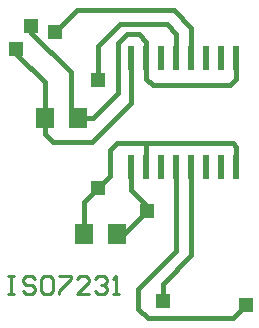
<source format=gtl>
%FSLAX43Y43*%
%MOMM*%
G71*
G01*
G75*
G04 Layer_Physical_Order=1*
%ADD10R,0.600X2.150*%
%ADD11R,1.600X1.800*%
%ADD12C,0.400*%
%ADD13C,0.254*%
%ADD14R,1.200X1.200*%
D10*
X37570Y77275D02*
D03*
X36300D02*
D03*
X35030D02*
D03*
X33760D02*
D03*
X32490D02*
D03*
X31220D02*
D03*
X29950D02*
D03*
X28680D02*
D03*
X37570Y68025D02*
D03*
X36300D02*
D03*
X35030D02*
D03*
X33760D02*
D03*
X32490D02*
D03*
X31220D02*
D03*
X29950D02*
D03*
X28680D02*
D03*
D11*
X21325Y72200D02*
D03*
X24125D02*
D03*
X27475Y62350D02*
D03*
X24675D02*
D03*
D12*
X27475Y70050D02*
X37250D01*
X26875Y67275D02*
Y69450D01*
X24675Y65075D02*
X26875Y67275D01*
X29950Y70000D02*
X30000Y70050D01*
X37570Y68025D02*
Y69730D01*
X29950Y68025D02*
Y70000D01*
X24675Y62350D02*
Y65075D01*
X26875Y69450D02*
X27475Y70050D01*
X28680Y73480D02*
Y77275D01*
X21325Y70800D02*
Y75225D01*
X25325Y70125D02*
X28680Y73480D01*
X18925Y77625D02*
X21325Y75225D01*
Y70800D02*
X22000Y70125D01*
X25325D01*
X29950Y75500D02*
Y78625D01*
X27500Y74250D02*
Y78500D01*
X24125Y72200D02*
X25450D01*
X37570Y75445D02*
Y77275D01*
X25450Y72200D02*
X27500Y74250D01*
X37250Y70050D02*
X37570Y69730D01*
X28680Y66045D02*
Y68025D01*
X27475Y62350D02*
X28025D01*
X28680Y66045D02*
X30000Y64725D01*
Y64325D02*
Y64725D01*
X28025Y62350D02*
X30000Y64325D01*
X32490Y60915D02*
Y68025D01*
X37250Y55250D02*
X38350Y56350D01*
X30050Y55250D02*
X37250D01*
X29275Y56025D02*
X30050Y55250D01*
X29275Y56025D02*
Y57700D01*
X32490Y60915D01*
X33760Y60560D02*
Y68025D01*
X31350Y56700D02*
Y58150D01*
X33760Y60560D01*
X28275Y79275D02*
X29300D01*
X29950Y78625D01*
X20175Y79400D02*
Y80300D01*
X37050Y74925D02*
X37570Y75445D01*
X30525Y74925D02*
X37050D01*
X29950Y75500D02*
X30525Y74925D01*
X27500Y78500D02*
X28275Y79275D01*
X23525Y72800D02*
X24125Y72200D01*
X23525Y72800D02*
Y76050D01*
X20175Y79400D02*
X23525Y76050D01*
X32490Y77275D02*
Y79285D01*
X25850Y75400D02*
Y78275D01*
X31650Y80125D02*
X32490Y79285D01*
X27700Y80125D02*
X31650D01*
X25850Y78275D02*
X27700Y80125D01*
X33760Y77275D02*
Y79815D01*
X22225Y79425D02*
X24100Y81300D01*
X32275D01*
X33760Y79815D01*
D13*
X18200Y58774D02*
X18708D01*
X18454D01*
Y57250D01*
X18200D01*
X18708D01*
X20485Y58520D02*
X20231Y58774D01*
X19724D01*
X19470Y58520D01*
Y58266D01*
X19724Y58012D01*
X20231D01*
X20485Y57758D01*
Y57504D01*
X20231Y57250D01*
X19724D01*
X19470Y57504D01*
X21755Y58774D02*
X21247D01*
X20993Y58520D01*
Y57504D01*
X21247Y57250D01*
X21755D01*
X22009Y57504D01*
Y58520D01*
X21755Y58774D01*
X22517D02*
X23532D01*
Y58520D01*
X22517Y57504D01*
Y57250D01*
X25056D02*
X24040D01*
X25056Y58266D01*
Y58520D01*
X24802Y58774D01*
X24294D01*
X24040Y58520D01*
X25564D02*
X25818Y58774D01*
X26325D01*
X26579Y58520D01*
Y58266D01*
X26325Y58012D01*
X26071D01*
X26325D01*
X26579Y57758D01*
Y57504D01*
X26325Y57250D01*
X25818D01*
X25564Y57504D01*
X27087Y57250D02*
X27595D01*
X27341D01*
Y58774D01*
X27087Y58520D01*
D14*
X18925Y77975D02*
D03*
X30000Y64325D02*
D03*
X20175Y79925D02*
D03*
X25825Y66225D02*
D03*
X38350Y56350D02*
D03*
X31350Y56700D02*
D03*
X25850Y75400D02*
D03*
X22225Y79425D02*
D03*
M02*

</source>
